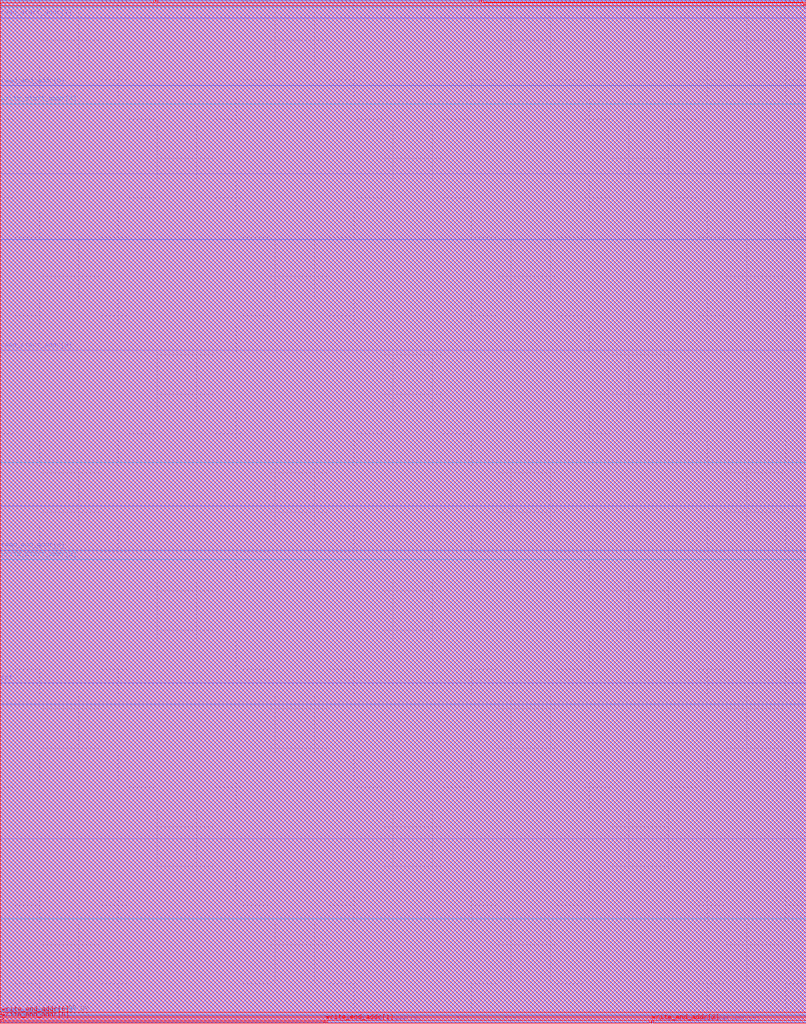
<source format=lef>
###############################################################
#  Generated by:      Cadence Innovus 25.11-s102_1
#  OS:                Linux x86_64(Host ID ece-rschsrv.ece.gatech.edu)
#  Generated on:      Fri Oct 10 16:23:34 2025
#  Design:            top_lvl
#  Command:           write_lef_abstract ./output/top_lvl.lef
###############################################################

VERSION 5.8 ;

BUSBITCHARS "[]" ;
DIVIDERCHAR "/" ;

MACRO top_lvl
  CLASS BLOCK ;
  SIZE 1025.800000 BY 1301.800000 ;
  FOREIGN top_lvl 0.000000 0.000000 ;
  ORIGIN 0 0 ;
  SYMMETRY X Y R90 ;
  PIN clk
    DIRECTION INPUT ;
    USE SIGNAL ;
    ANTENNAPARTIALMETALSIDEAREA 1.568 LAYER met2  ;
    ANTENNAPARTIALMETALAREA 0.3458 LAYER met2  ;
    ANTENNAPARTIALCUTAREA 0.04 LAYER via2  ;
    ANTENNAPARTIALMETALSIDEAREA 2.232 LAYER met3  ;
    ANTENNAPARTIALMETALAREA 0.331 LAYER met3  ;
    ANTENNAPARTIALCUTAREA 0.04 LAYER via3  ;
    ANTENNAPARTIALMETALSIDEAREA 975.24 LAYER met4  ;
    ANTENNAPARTIALMETALAREA 183.543 LAYER met4  ;
    ANTENNAPARTIALCUTAREA 0.64 LAYER via4  ;
    ANTENNAMODEL OXIDE1 ;
    ANTENNAMAXSIDEAREACAR 101.444 LAYER met5  ;
    ANTENNAMAXAREACAR 31.7325 LAYER met5  ;
    ANTENNAPARTIALMETALSIDEAREA 24.144 LAYER met5  ;
    ANTENNAPARTIALMETALAREA 10.976 LAYER met5  ;
    ANTENNAGATEAREA 0.567 LAYER met5  ;
    PORT
      LAYER met2 ;
        RECT 0.000000 10.050000 0.485000 10.190000 ;
    END
  END clk
  PIN rst
    DIRECTION INPUT ;
    USE SIGNAL ;
    ANTENNAMODEL OXIDE1 ;
    ANTENNAMAXSIDEAREACAR 124.719 LAYER met2  ;
    ANTENNAMAXAREACAR 25.5837 LAYER met2  ;
    ANTENNAPARTIALMETALSIDEAREA 217.438 LAYER met2  ;
    ANTENNAPARTIALMETALAREA 43.7387 LAYER met2  ;
    ANTENNAGATEAREA 2.4255 LAYER met2  ;
    ANTENNAPARTIALCUTAREA 0.08 LAYER via2  ;
    ANTENNAMAXCUTCAR 0.17584 LAYER via2  ;
    ANTENNAGATEAREA 2.4255 LAYER via2  ;
    ANTENNAMAXSIDEAREACAR 175.089 LAYER met3  ;
    ANTENNAMAXAREACAR 34.9593 LAYER met3  ;
    ANTENNAPARTIALMETALSIDEAREA 515.664 LAYER met3  ;
    ANTENNAPARTIALMETALAREA 95.9823 LAYER met3  ;
    ANTENNAGATEAREA 10.2375 LAYER met3  ;
    PORT
      LAYER met2 ;
        RECT 0.000000 432.790000 0.485000 432.930000 ;
    END
  END rst
  PIN read_start_addr[8]
    DIRECTION INPUT ;
    USE SIGNAL ;
    ANTENNAMODEL OXIDE1 ;
    ANTENNAMAXSIDEAREACAR 96.2584 LAYER met2  ;
    ANTENNAMAXAREACAR 19.5993 LAYER met2  ;
    ANTENNAPARTIALMETALSIDEAREA 106.327 LAYER met2  ;
    ANTENNAPARTIALMETALAREA 21.3105 LAYER met2  ;
    ANTENNAGATEAREA 1.134 LAYER met2  ;
    PORT
      LAYER met2 ;
        RECT 0.000000 855.990000 0.485000 856.130000 ;
    END
  END read_start_addr[8]
  PIN read_start_addr[7]
    DIRECTION INPUT ;
    USE SIGNAL ;
    ANTENNAPARTIALMETALSIDEAREA 367.374 LAYER met2  ;
    ANTENNAPARTIALMETALAREA 73.5306 LAYER met2  ;
    ANTENNAPARTIALCUTAREA 0.04 LAYER via2  ;
    ANTENNAPARTIALMETALSIDEAREA 1.808 LAYER met3  ;
    ANTENNAPARTIALMETALAREA 0.254 LAYER met3  ;
    ANTENNAPARTIALCUTAREA 0.04 LAYER via3  ;
    ANTENNAMODEL OXIDE1 ;
    ANTENNAMAXSIDEAREACAR 370.81 LAYER met4  ;
    ANTENNAMAXAREACAR 71.7176 LAYER met4  ;
    ANTENNAPARTIALMETALSIDEAREA 63.6 LAYER met4  ;
    ANTENNAPARTIALMETALAREA 11.8368 LAYER met4  ;
    ANTENNAGATEAREA 0.2835 LAYER met4  ;
    PORT
      LAYER met2 ;
        RECT 0.000000 1278.730000 0.485000 1278.870000 ;
    END
  END read_start_addr[7]
  PIN read_start_addr[6]
    DIRECTION INPUT ;
    USE SIGNAL ;
    ANTENNAPARTIALMETALSIDEAREA 418.383 LAYER met2  ;
    ANTENNAPARTIALMETALAREA 83.7796 LAYER met2  ;
    ANTENNAPARTIALCUTAREA 0.04 LAYER via2  ;
    ANTENNAMODEL OXIDE1 ;
    ANTENNAMAXSIDEAREACAR 339.275 LAYER met3  ;
    ANTENNAMAXAREACAR 66.067 LAYER met3  ;
    ANTENNAPARTIALMETALSIDEAREA 60.944 LAYER met3  ;
    ANTENNAPARTIALMETALAREA 11.3388 LAYER met3  ;
    ANTENNAGATEAREA 0.2835 LAYER met3  ;
    PORT
      LAYER met2 ;
        RECT 400.590000 1301.315000 400.730000 1301.800000 ;
    END
  END read_start_addr[6]
  PIN read_start_addr[5]
    DIRECTION INPUT ;
    USE SIGNAL ;
    ANTENNAMODEL OXIDE1 ;
    ANTENNAMAXSIDEAREACAR 155.206 LAYER met2  ;
    ANTENNAMAXAREACAR 32.5397 LAYER met2  ;
    ANTENNAPARTIALMETALSIDEAREA 22.7395 LAYER met2  ;
    ANTENNAPARTIALMETALAREA 4.5695 LAYER met2  ;
    ANTENNAGATEAREA 0.1575 LAYER met2  ;
    PORT
      LAYER met2 ;
        RECT 823.330000 1301.315000 823.470000 1301.800000 ;
    END
  END read_start_addr[5]
  PIN read_start_addr[4]
    DIRECTION INPUT ;
    USE SIGNAL ;
    ANTENNAPARTIALMETALSIDEAREA 105.536 LAYER met2  ;
    ANTENNAPARTIALMETALAREA 21.1393 LAYER met2  ;
    ANTENNAPARTIALCUTAREA 0.04 LAYER via2  ;
    ANTENNAMODEL OXIDE1 ;
    ANTENNAMAXSIDEAREACAR 141.984 LAYER met3  ;
    ANTENNAMAXAREACAR 28.793 LAYER met3  ;
    ANTENNAPARTIALMETALSIDEAREA 5.152 LAYER met3  ;
    ANTENNAPARTIALMETALAREA 0.7896 LAYER met3  ;
    ANTENNAGATEAREA 0.1575 LAYER met3  ;
    PORT
      LAYER met2 ;
        RECT 1025.315000 1080.470000 1025.800000 1080.610000 ;
    END
  END read_start_addr[4]
  PIN read_start_addr[3]
    DIRECTION INPUT ;
    USE SIGNAL ;
    ANTENNAPARTIALMETALSIDEAREA 0.812 LAYER met2  ;
    ANTENNAPARTIALMETALAREA 0.1946 LAYER met2  ;
    ANTENNAPARTIALCUTAREA 0.04 LAYER via2  ;
    ANTENNAMODEL OXIDE1 ;
    ANTENNAMAXSIDEAREACAR 337.464 LAYER met3  ;
    ANTENNAMAXAREACAR 64.6343 LAYER met3  ;
    ANTENNAPARTIALMETALSIDEAREA 50.416 LAYER met3  ;
    ANTENNAPARTIALMETALAREA 9.3648 LAYER met3  ;
    ANTENNAGATEAREA 0.1575 LAYER met3  ;
    PORT
      LAYER met2 ;
        RECT 1025.315000 657.730000 1025.800000 657.870000 ;
    END
  END read_start_addr[3]
  PIN read_start_addr[2]
    DIRECTION INPUT ;
    USE SIGNAL ;
    ANTENNAPARTIALMETALSIDEAREA 121.636 LAYER met2  ;
    ANTENNAPARTIALMETALAREA 24.3593 LAYER met2  ;
    ANTENNAPARTIALCUTAREA 0.04 LAYER via2  ;
    ANTENNAMODEL OXIDE1 ;
    ANTENNAMAXSIDEAREACAR 129.717 LAYER met3  ;
    ANTENNAMAXAREACAR 26.3397 LAYER met3  ;
    ANTENNAPARTIALMETALSIDEAREA 5.152 LAYER met3  ;
    ANTENNAPARTIALMETALAREA 0.7896 LAYER met3  ;
    ANTENNAGATEAREA 0.1575 LAYER met3  ;
    PORT
      LAYER met2 ;
        RECT 1025.315000 234.530000 1025.800000 234.670000 ;
    END
  END read_start_addr[2]
  PIN read_start_addr[1]
    DIRECTION INPUT ;
    USE SIGNAL ;
    ANTENNAMODEL OXIDE1 ;
    ANTENNAMAXSIDEAREACAR 90.2866 LAYER met2  ;
    ANTENNAMAXAREACAR 18.4488 LAYER met2  ;
    ANTENNAPARTIALMETALSIDEAREA 81.4905 LAYER met2  ;
    ANTENNAPARTIALMETALAREA 16.3433 LAYER met2  ;
    ANTENNAGATEAREA 1.134 LAYER met2  ;
    PORT
      LAYER met2 ;
        RECT 837.130000 0.000000 837.270000 0.485000 ;
    END
  END read_start_addr[1]
  PIN read_start_addr[0]
    DIRECTION INPUT ;
    USE SIGNAL ;
    ANTENNAPARTIALMETALSIDEAREA 459.802 LAYER met2  ;
    ANTENNAPARTIALMETALAREA 92.0398 LAYER met2  ;
    ANTENNAPARTIALCUTAREA 0.04 LAYER via2  ;
    ANTENNAPARTIALMETALSIDEAREA 272.168 LAYER met3  ;
    ANTENNAPARTIALMETALAREA 50.944 LAYER met3  ;
    ANTENNAPARTIALCUTAREA 0.04 LAYER via3  ;
    ANTENNAMODEL OXIDE1 ;
    ANTENNAMAXSIDEAREACAR 355.681 LAYER met4  ;
    ANTENNAMAXAREACAR 66.769 LAYER met4  ;
    ANTENNAPARTIALMETALSIDEAREA 22.592 LAYER met4  ;
    ANTENNAPARTIALMETALAREA 4.1478 LAYER met4  ;
    ANTENNAGATEAREA 0.2835 LAYER met4  ;
    PORT
      LAYER met2 ;
        RECT 413.930000 0.000000 414.070000 0.485000 ;
    END
  END read_start_addr[0]
  PIN read_end_addr[8]
    DIRECTION INPUT ;
    USE SIGNAL ;
    ANTENNAPARTIALMETALSIDEAREA 56.126 LAYER met2  ;
    ANTENNAPARTIALMETALAREA 11.2574 LAYER met2  ;
    ANTENNAPARTIALCUTAREA 0.04 LAYER via2  ;
    ANTENNAPARTIALMETALSIDEAREA 289.52 LAYER met3  ;
    ANTENNAPARTIALMETALAREA 54.0211 LAYER met3  ;
    ANTENNAPARTIALCUTAREA 0.04 LAYER via3  ;
    ANTENNAMODEL OXIDE1 ;
    ANTENNAMAXSIDEAREACAR 352.791 LAYER met4  ;
    ANTENNAMAXAREACAR 67.0072 LAYER met4  ;
    ANTENNAPARTIALMETALSIDEAREA 39.552 LAYER met4  ;
    ANTENNAPARTIALMETALAREA 7.0632 LAYER met4  ;
    ANTENNAGATEAREA 0.8505 LAYER met4  ;
    PORT
      LAYER met2 ;
        RECT 0.000000 9.130000 0.485000 9.270000 ;
    END
  END read_end_addr[8]
  PIN read_end_addr[7]
    DIRECTION INPUT ;
    USE SIGNAL ;
    ANTENNAMODEL OXIDE1 ;
    ANTENNAMAXSIDEAREACAR 85.1398 LAYER met3  ;
    ANTENNAMAXAREACAR 16.7402 LAYER met3  ;
    ANTENNAPARTIALMETALSIDEAREA 52.264 LAYER met3  ;
    ANTENNAPARTIALMETALAREA 9.8004 LAYER met3  ;
    ANTENNAGATEAREA 1.134 LAYER met3  ;
    PORT
      LAYER met3 ;
        RECT 0.000000 10.230000 0.800000 10.530000 ;
    END
  END read_end_addr[7]
  PIN read_end_addr[6]
    DIRECTION INPUT ;
    USE SIGNAL ;
    ANTENNAPARTIALMETALSIDEAREA 316.424 LAYER met3  ;
    ANTENNAPARTIALMETALAREA 59.0665 LAYER met3  ;
    ANTENNAPARTIALCUTAREA 0.04 LAYER via3  ;
    ANTENNAMODEL OXIDE1 ;
    ANTENNAMAXSIDEAREACAR 320.409 LAYER met4  ;
    ANTENNAMAXAREACAR 60.1501 LAYER met4  ;
    ANTENNAPARTIALMETALSIDEAREA 29.672 LAYER met4  ;
    ANTENNAPARTIALMETALAREA 5.2989 LAYER met4  ;
    ANTENNAGATEAREA 0.8505 LAYER met4  ;
    PORT
      LAYER met3 ;
        RECT 0.000000 601.320000 0.800000 601.620000 ;
    END
  END read_end_addr[6]
  PIN read_end_addr[5]
    DIRECTION INPUT ;
    USE SIGNAL ;
    ANTENNAPARTIALMETALSIDEAREA 1400.88 LAYER met3  ;
    ANTENNAPARTIALMETALAREA 262.667 LAYER met3  ;
    ANTENNAPARTIALCUTAREA 0.04 LAYER via3  ;
    ANTENNAPARTIALMETALSIDEAREA 766.408 LAYER met4  ;
    ANTENNAPARTIALMETALAREA 144.387 LAYER met4  ;
    ANTENNAPARTIALCUTAREA 0.64 LAYER via4  ;
    ANTENNAMODEL OXIDE1 ;
    ANTENNAMAXSIDEAREACAR 177.15 LAYER met5  ;
    ANTENNAMAXAREACAR 44.4324 LAYER met5  ;
    ANTENNAPARTIALMETALSIDEAREA 27.168 LAYER met5  ;
    ANTENNAPARTIALMETALAREA 12.992 LAYER met5  ;
    ANTENNAGATEAREA 0.8505 LAYER met5  ;
    PORT
      LAYER met3 ;
        RECT 0.000000 1192.410000 0.800000 1192.710000 ;
    END
  END read_end_addr[5]
  PIN read_end_addr[4]
    DIRECTION INPUT ;
    USE SIGNAL ;
    ANTENNAPARTIALMETALSIDEAREA 720.328 LAYER met3  ;
    ANTENNAPARTIALMETALAREA 135.063 LAYER met3  ;
    ANTENNAPARTIALCUTAREA 0.04 LAYER via3  ;
    ANTENNAPARTIALMETALSIDEAREA 970.552 LAYER met4  ;
    ANTENNAPARTIALMETALAREA 182.576 LAYER met4  ;
    ANTENNAPARTIALCUTAREA 0.64 LAYER via4  ;
    ANTENNAMODEL OXIDE1 ;
    ANTENNAMAXSIDEAREACAR 420.186 LAYER met5  ;
    ANTENNAMAXAREACAR 96.5968 LAYER met5  ;
    ANTENNAPARTIALMETALSIDEAREA 38.976 LAYER met5  ;
    ANTENNAPARTIALMETALAREA 20.864 LAYER met5  ;
    ANTENNAGATEAREA 0.8505 LAYER met5  ;
    PORT
      LAYER met3 ;
        RECT 363.710000 1301.000000 364.010000 1301.800000 ;
    END
  END read_end_addr[4]
  PIN read_end_addr[3]
    DIRECTION INPUT ;
    USE SIGNAL ;
    ANTENNAPARTIALMETALSIDEAREA 93.76 LAYER met3  ;
    ANTENNAPARTIALMETALAREA 17.5816 LAYER met3  ;
    ANTENNAPARTIALCUTAREA 0.04 LAYER via3  ;
    ANTENNAPARTIALMETALSIDEAREA 959.64 LAYER met4  ;
    ANTENNAPARTIALMETALAREA 180.618 LAYER met4  ;
    ANTENNAPARTIALCUTAREA 0.64 LAYER via4  ;
    ANTENNAMODEL OXIDE1 ;
    ANTENNAMAXSIDEAREACAR 306.339 LAYER met5  ;
    ANTENNAMAXAREACAR 71.7466 LAYER met5  ;
    ANTENNAPARTIALMETALSIDEAREA 33.072 LAYER met5  ;
    ANTENNAPARTIALMETALAREA 16.928 LAYER met5  ;
    ANTENNAGATEAREA 0.8505 LAYER met5  ;
    PORT
      LAYER met3 ;
        RECT 809.450000 1301.000000 809.750000 1301.800000 ;
    END
  END read_end_addr[3]
  PIN read_end_addr[2]
    DIRECTION INPUT ;
    USE SIGNAL ;
    ANTENNAMODEL OXIDE1 ;
    ANTENNAMAXSIDEAREACAR 567.294 LAYER met3  ;
    ANTENNAMAXAREACAR 111.036 LAYER met3  ;
    ANTENNAPARTIALMETALSIDEAREA 216.152 LAYER met3  ;
    ANTENNAPARTIALMETALAREA 40.5294 LAYER met3  ;
    ANTENNAGATEAREA 0.8505 LAYER met3  ;
    PORT
      LAYER met3 ;
        RECT 1025.000000 996.600000 1025.800000 996.900000 ;
    END
  END read_end_addr[2]
  PIN read_end_addr[1]
    DIRECTION INPUT ;
    USE SIGNAL ;
    ANTENNAMODEL OXIDE1 ;
    ANTENNAMAXSIDEAREACAR 381.83 LAYER met3  ;
    ANTENNAMAXAREACAR 75.6534 LAYER met3  ;
    ANTENNAPARTIALMETALSIDEAREA 48.824 LAYER met3  ;
    ANTENNAPARTIALMETALAREA 9.1554 LAYER met3  ;
    ANTENNAGATEAREA 0.567 LAYER met3  ;
    PORT
      LAYER met3 ;
        RECT 1025.000000 405.510000 1025.800000 405.810000 ;
    END
  END read_end_addr[1]
  PIN read_end_addr[0]
    DIRECTION INPUT ;
    USE SIGNAL ;
    ANTENNAPARTIALMETALSIDEAREA 179.2 LAYER met3  ;
    ANTENNAPARTIALMETALAREA 33.5134 LAYER met3  ;
    ANTENNAPARTIALCUTAREA 0.04 LAYER via3  ;
    ANTENNAPARTIALMETALSIDEAREA 4.08 LAYER met4  ;
    ANTENNAPARTIALMETALAREA 1.4551 LAYER met4  ;
    ANTENNAPARTIALCUTAREA 0.64 LAYER via4  ;
    ANTENNAMODEL OXIDE1 ;
    ANTENNAMAXSIDEAREACAR 225.056 LAYER met5  ;
    ANTENNAMAXAREACAR 116.794 LAYER met5  ;
    ANTENNAPARTIALMETALSIDEAREA 47.532 LAYER met5  ;
    ANTENNAPARTIALMETALAREA 29.128 LAYER met5  ;
    ANTENNAGATEAREA 0.2835 LAYER met5  ;
    PORT
      LAYER met3 ;
        RECT 884.890000 0.000000 885.190000 0.800000 ;
    END
  END read_end_addr[0]
  PIN write_start_addr[8]
    DIRECTION INPUT ;
    USE SIGNAL ;
    ANTENNAPARTIALMETALSIDEAREA 541.112 LAYER met3  ;
    ANTENNAPARTIALMETALAREA 101.372 LAYER met3  ;
    ANTENNAPARTIALCUTAREA 0.04 LAYER via3  ;
    ANTENNAMODEL OXIDE1 ;
    ANTENNAMAXSIDEAREACAR 194.065 LAYER met4  ;
    ANTENNAMAXAREACAR 36.7785 LAYER met4  ;
    ANTENNAPARTIALMETALSIDEAREA 20.64 LAYER met4  ;
    ANTENNAPARTIALMETALAREA 3.7818 LAYER met4  ;
    ANTENNAGATEAREA 0.2835 LAYER met4  ;
    PORT
      LAYER met3 ;
        RECT 439.150000 0.000000 439.450000 0.800000 ;
    END
  END write_start_addr[8]
  PIN write_start_addr[7]
    DIRECTION INPUT ;
    USE SIGNAL ;
    ANTENNAPARTIALMETALSIDEAREA 163.976 LAYER met3  ;
    ANTENNAPARTIALMETALAREA 30.7471 LAYER met3  ;
    ANTENNAPARTIALCUTAREA 0.04 LAYER via3  ;
    ANTENNAMODEL OXIDE1 ;
    ANTENNAMAXSIDEAREACAR 120.824 LAYER met4  ;
    ANTENNAMAXAREACAR 22.3259 LAYER met4  ;
    ANTENNAPARTIALMETALSIDEAREA 6.112 LAYER met4  ;
    ANTENNAPARTIALMETALAREA 0.9696 LAYER met4  ;
    ANTENNAGATEAREA 0.2835 LAYER met4  ;
    PORT
      LAYER met3 ;
        RECT 0.000000 9.620000 0.800000 9.920000 ;
    END
  END write_start_addr[7]
  PIN write_start_addr[6]
    DIRECTION INPUT ;
    USE SIGNAL ;
    ANTENNAPARTIALMETALSIDEAREA 64.632 LAYER met4  ;
    ANTENNAPARTIALMETALAREA 12.8094 LAYER met4  ;
    ANTENNAPARTIALCUTAREA 0.64 LAYER via4  ;
    ANTENNAMODEL OXIDE1 ;
    ANTENNAMAXSIDEAREACAR 273.402 LAYER met5  ;
    ANTENNAMAXAREACAR 130.373 LAYER met5  ;
    ANTENNAPARTIALMETALSIDEAREA 50.484 LAYER met5  ;
    ANTENNAPARTIALMETALAREA 31.096 LAYER met5  ;
    ANTENNAGATEAREA 0.2835 LAYER met5  ;
    PORT
      LAYER met4 ;
        RECT 0.000000 10.230000 0.800000 10.530000 ;
    END
  END write_start_addr[6]
  PIN write_start_addr[5]
    DIRECTION INPUT ;
    USE SIGNAL ;
    ANTENNAPARTIALMETALSIDEAREA 67.232 LAYER met4  ;
    ANTENNAPARTIALMETALAREA 13.2922 LAYER met4  ;
    ANTENNAPARTIALCUTAREA 0.64 LAYER via4  ;
    ANTENNAMODEL OXIDE1 ;
    ANTENNAMAXSIDEAREACAR 351.613 LAYER met5  ;
    ANTENNAMAXAREACAR 129.067 LAYER met5  ;
    ANTENNAPARTIALMETALSIDEAREA 30 LAYER met5  ;
    ANTENNAPARTIALMETALAREA 14.88 LAYER met5  ;
    ANTENNAGATEAREA 0.1575 LAYER met5  ;
    PORT
      LAYER met4 ;
        RECT 0.000000 589.730000 0.800000 590.030000 ;
    END
  END write_start_addr[5]
  PIN write_start_addr[4]
    DIRECTION INPUT ;
    USE SIGNAL ;
    ANTENNAPARTIALMETALSIDEAREA 34.296 LAYER met4  ;
    ANTENNAPARTIALMETALAREA 7.2049 LAYER met4  ;
    ANTENNAPARTIALCUTAREA 0.64 LAYER via4  ;
    ANTENNAMODEL OXIDE1 ;
    ANTENNAMAXSIDEAREACAR 516.66 LAYER met5  ;
    ANTENNAMAXAREACAR 189.848 LAYER met5  ;
    ANTENNAPARTIALMETALSIDEAREA 49.908 LAYER met5  ;
    ANTENNAPARTIALMETALAREA 23.032 LAYER met5  ;
    ANTENNAGATEAREA 0.1575 LAYER met5  ;
    PORT
      LAYER met4 ;
        RECT 0.000000 1169.230000 0.800000 1169.530000 ;
    END
  END write_start_addr[4]
  PIN write_start_addr[3]
    DIRECTION INPUT ;
    USE SIGNAL ;
    ANTENNAMODEL OXIDE1 ;
    ANTENNAMAXSIDEAREACAR 415.617 LAYER met4  ;
    ANTENNAMAXAREACAR 77.0713 LAYER met4  ;
    ANTENNAPARTIALMETALSIDEAREA 96.28 LAYER met4  ;
    ANTENNAPARTIALMETALAREA 17.7006 LAYER met4  ;
    ANTENNAGATEAREA 0.2835 LAYER met4  ;
    PORT
      LAYER met4 ;
        RECT 451.025000 1301.000000 451.325000 1301.800000 ;
    END
  END write_start_addr[3]
  PIN write_start_addr[2]
    DIRECTION INPUT ;
    USE SIGNAL ;
    ANTENNAPARTIALMETALSIDEAREA 213.744 LAYER met4  ;
    ANTENNAPARTIALMETALAREA 40.7632 LAYER met4  ;
    ANTENNAPARTIALCUTAREA 0.64 LAYER via4  ;
    ANTENNAMODEL OXIDE1 ;
    ANTENNAMAXSIDEAREACAR 180.168 LAYER met5  ;
    ANTENNAMAXAREACAR 52.3415 LAYER met5  ;
    ANTENNAPARTIALMETALSIDEAREA 23.784 LAYER met5  ;
    ANTENNAPARTIALMETALAREA 13.296 LAYER met5  ;
    ANTENNAGATEAREA 0.567 LAYER met5  ;
    PORT
      LAYER met4 ;
        RECT 1025.000000 1292.450000 1025.800000 1292.750000 ;
    END
  END write_start_addr[2]
  PIN write_start_addr[1]
    DIRECTION INPUT ;
    USE SIGNAL ;
    ANTENNAMODEL OXIDE1 ;
    ANTENNAMAXSIDEAREACAR 44.4467 LAYER met4  ;
    ANTENNAMAXAREACAR 8.48104 LAYER met4  ;
    ANTENNAPARTIALMETALSIDEAREA 15.536 LAYER met4  ;
    ANTENNAPARTIALMETALAREA 2.8257 LAYER met4  ;
    ANTENNAGATEAREA 1.134 LAYER met4  ;
    PORT
      LAYER met4 ;
        RECT 1025.000000 712.950000 1025.800000 713.250000 ;
    END
  END write_start_addr[1]
  PIN write_start_addr[0]
    DIRECTION INPUT ;
    USE SIGNAL ;
    ANTENNAMODEL OXIDE1 ;
    ANTENNAMAXSIDEAREACAR 302.095 LAYER met4  ;
    ANTENNAMAXAREACAR 56.8465 LAYER met4  ;
    ANTENNAPARTIALMETALSIDEAREA 155.224 LAYER met4  ;
    ANTENNAPARTIALMETALAREA 28.929 LAYER met4  ;
    ANTENNAGATEAREA 0.567 LAYER met4  ;
    PORT
      LAYER met4 ;
        RECT 1025.000000 132.840000 1025.800000 133.140000 ;
    END
  END write_start_addr[0]
  PIN write_end_addr[8]
    DIRECTION INPUT ;
    USE SIGNAL ;
    ANTENNAPARTIALMETALSIDEAREA 225.568 LAYER met4  ;
    ANTENNAPARTIALMETALAREA 43.0684 LAYER met4  ;
    ANTENNAPARTIALCUTAREA 0.64 LAYER via4  ;
    ANTENNAMODEL OXIDE1 ;
    ANTENNAMAXSIDEAREACAR 300.765 LAYER met5  ;
    ANTENNAMAXAREACAR 109.349 LAYER met5  ;
    ANTENNAPARTIALMETALSIDEAREA 88.728 LAYER met5  ;
    ANTENNAPARTIALMETALAREA 43.792 LAYER met5  ;
    ANTENNAGATEAREA 0.567 LAYER met5  ;
    PORT
      LAYER met4 ;
        RECT 575.255000 0.000000 575.555000 0.800000 ;
    END
  END write_end_addr[8]
  PIN write_end_addr[7]
    DIRECTION INPUT ;
    USE SIGNAL ;
    ANTENNAMODEL OXIDE1 ;
    ANTENNAMAXSIDEAREACAR 250.529 LAYER met4  ;
    ANTENNAMAXAREACAR 47.8684 LAYER met4  ;
    ANTENNAPARTIALMETALSIDEAREA 167.56 LAYER met4  ;
    ANTENNAPARTIALMETALAREA 31.4184 LAYER met4  ;
    ANTENNAGATEAREA 0.8505 LAYER met4  ;
    PORT
      LAYER met4 ;
        RECT 0.000000 9.620000 0.800000 9.920000 ;
    END
  END write_end_addr[7]
  PIN write_end_addr[6]
    DIRECTION INPUT ;
    USE SIGNAL ;
    ANTENNAMODEL OXIDE1 ;
    ANTENNAMAXSIDEAREACAR 377.571 LAYER met5  ;
    ANTENNAMAXAREACAR 77.3035 LAYER met5  ;
    ANTENNAPARTIALMETALSIDEAREA 2.736 LAYER met5  ;
    ANTENNAPARTIALMETALAREA 1.824 LAYER met5  ;
    ANTENNAGATEAREA 0.8505 LAYER met5  ;
    PORT
      LAYER met5 ;
        RECT 0.000000 10.800000 2.500000 12.400000 ;
    END
  END write_end_addr[6]
  PIN write_end_addr[5]
    DIRECTION INPUT ;
    USE SIGNAL ;
    ANTENNAMODEL OXIDE1 ;
    ANTENNAMAXSIDEAREACAR 340.486 LAYER met5  ;
    ANTENNAMAXAREACAR 141.384 LAYER met5  ;
    ANTENNAPARTIALMETALSIDEAREA 141.18 LAYER met5  ;
    ANTENNAPARTIALMETALAREA 89 LAYER met5  ;
    ANTENNAGATEAREA 0.8505 LAYER met5  ;
    PORT
      LAYER met5 ;
        RECT 196.995000 1299.300000 198.595000 1301.800000 ;
    END
  END write_end_addr[5]
  PIN write_end_addr[4]
    DIRECTION INPUT ;
    USE SIGNAL ;
    ANTENNAMODEL OXIDE1 ;
    ANTENNAMAXSIDEAREACAR 243.844 LAYER met5  ;
    ANTENNAMAXAREACAR 139.333 LAYER met5  ;
    ANTENNAPARTIALMETALSIDEAREA 168.948 LAYER met5  ;
    ANTENNAPARTIALMETALAREA 107.512 LAYER met5  ;
    ANTENNAGATEAREA 0.8505 LAYER met5  ;
    PORT
      LAYER met5 ;
        RECT 611.505000 1299.300000 613.105000 1301.800000 ;
    END
  END write_end_addr[4]
  PIN write_end_addr[3]
    DIRECTION INPUT ;
    USE SIGNAL ;
    ANTENNAMODEL OXIDE1 ;
    ANTENNAMAXSIDEAREACAR 51.93 LAYER met5  ;
    ANTENNAMAXAREACAR 13.597 LAYER met5  ;
    ANTENNAGATEAREA 0.8505 LAYER met5  ;
    PORT
      LAYER met5 ;
        RECT 1023.300000 1295.460000 1025.800000 1297.060000 ;
    END
  END write_end_addr[3]
  PIN write_end_addr[2]
    DIRECTION INPUT ;
    USE SIGNAL ;
    ANTENNAMODEL OXIDE1 ;
    ANTENNAMAXSIDEAREACAR 485.079 LAYER met5  ;
    ANTENNAMAXAREACAR 97.9249 LAYER met5  ;
    ANTENNAGATEAREA 0.441 LAYER met5  ;
    PORT
      LAYER met5 ;
        RECT 827.985000 0.000000 829.585000 2.500000 ;
    END
  END write_end_addr[2]
  PIN write_end_addr[1]
    DIRECTION INPUT ;
    USE SIGNAL ;
    ANTENNAMODEL OXIDE1 ;
    ANTENNAMAXSIDEAREACAR 327.915 LAYER met5  ;
    ANTENNAMAXAREACAR 206.217 LAYER met5  ;
    ANTENNAPARTIALMETALSIDEAREA 335.292 LAYER met5  ;
    ANTENNAPARTIALMETALAREA 223.528 LAYER met5  ;
    ANTENNAGATEAREA 1.134 LAYER met5  ;
    PORT
      LAYER met5 ;
        RECT 413.475000 0.000000 415.075000 2.500000 ;
    END
  END write_end_addr[1]
  PIN write_end_addr[0]
    DIRECTION INPUT ;
    USE SIGNAL ;
    ANTENNAMODEL OXIDE1 ;
    ANTENNAMAXSIDEAREACAR 290.577 LAYER met5  ;
    ANTENNAMAXAREACAR 64.9169 LAYER met5  ;
    ANTENNAGATEAREA 0.2835 LAYER met5  ;
    PORT
      LAYER met5 ;
        RECT 0.000000 3.480000 2.500000 5.080000 ;
    END
  END write_end_addr[0]
  OBS
    LAYER met1 ;
      RECT 0.000000 0.000000 1025.800000 1301.800000 ;
    LAYER met2 ;
      RECT 823.610000 1301.175000 1025.800000 1301.800000 ;
      RECT 400.870000 1301.175000 823.190000 1301.800000 ;
      RECT 0.000000 1301.175000 400.450000 1301.800000 ;
      RECT 0.000000 1279.010000 1025.800000 1301.175000 ;
      RECT 0.625000 1278.590000 1025.800000 1279.010000 ;
      RECT 0.000000 1080.750000 1025.800000 1278.590000 ;
      RECT 0.000000 1080.330000 1025.175000 1080.750000 ;
      RECT 0.000000 856.270000 1025.800000 1080.330000 ;
      RECT 0.625000 855.850000 1025.800000 856.270000 ;
      RECT 0.000000 658.010000 1025.800000 855.850000 ;
      RECT 0.000000 657.590000 1025.175000 658.010000 ;
      RECT 0.000000 433.070000 1025.800000 657.590000 ;
      RECT 0.625000 432.650000 1025.800000 433.070000 ;
      RECT 0.000000 234.810000 1025.800000 432.650000 ;
      RECT 0.000000 234.390000 1025.175000 234.810000 ;
      RECT 0.000000 10.330000 1025.800000 234.390000 ;
      RECT 0.625000 9.910000 1025.800000 10.330000 ;
      RECT 0.000000 9.410000 1025.800000 9.910000 ;
      RECT 0.625000 8.990000 1025.800000 9.410000 ;
      RECT 0.000000 0.625000 1025.800000 8.990000 ;
      RECT 837.410000 0.000000 1025.800000 0.625000 ;
      RECT 414.210000 0.000000 836.990000 0.625000 ;
      RECT 0.000000 0.000000 413.790000 0.625000 ;
    LAYER met3 ;
      RECT 810.050000 1300.700000 1025.800000 1301.800000 ;
      RECT 364.310000 1300.700000 809.150000 1301.800000 ;
      RECT 0.000000 1300.700000 363.410000 1301.800000 ;
      RECT 0.000000 1193.010000 1025.800000 1300.700000 ;
      RECT 1.100000 1192.110000 1025.800000 1193.010000 ;
      RECT 0.000000 997.200000 1025.800000 1192.110000 ;
      RECT 0.000000 996.300000 1024.700000 997.200000 ;
      RECT 0.000000 601.920000 1025.800000 996.300000 ;
      RECT 1.100000 601.020000 1025.800000 601.920000 ;
      RECT 0.000000 406.110000 1025.800000 601.020000 ;
      RECT 0.000000 405.210000 1024.700000 406.110000 ;
      RECT 0.000000 10.830000 1025.800000 405.210000 ;
      RECT 1.100000 9.320000 1025.800000 10.830000 ;
      RECT 0.000000 1.100000 1025.800000 9.320000 ;
      RECT 885.490000 0.000000 1025.800000 1.100000 ;
      RECT 439.750000 0.000000 884.590000 1.100000 ;
      RECT 0.000000 0.000000 438.850000 1.100000 ;
    LAYER met4 ;
      RECT 451.625000 1300.700000 1025.800000 1301.800000 ;
      RECT 0.000000 1300.700000 450.725000 1301.800000 ;
      RECT 0.000000 1293.050000 1025.800000 1300.700000 ;
      RECT 0.000000 1292.150000 1024.700000 1293.050000 ;
      RECT 0.000000 1169.830000 1025.800000 1292.150000 ;
      RECT 1.100000 1168.930000 1025.800000 1169.830000 ;
      RECT 0.000000 713.550000 1025.800000 1168.930000 ;
      RECT 0.000000 712.650000 1024.700000 713.550000 ;
      RECT 0.000000 590.330000 1025.800000 712.650000 ;
      RECT 1.100000 589.430000 1025.800000 590.330000 ;
      RECT 0.000000 133.440000 1025.800000 589.430000 ;
      RECT 0.000000 132.540000 1024.700000 133.440000 ;
      RECT 0.000000 10.830000 1025.800000 132.540000 ;
      RECT 1.100000 9.320000 1025.800000 10.830000 ;
      RECT 0.000000 1.100000 1025.800000 9.320000 ;
      RECT 575.855000 0.000000 1025.800000 1.100000 ;
      RECT 0.000000 0.000000 574.955000 1.100000 ;
    LAYER met5 ;
      RECT 614.705000 1298.660000 1025.800000 1301.800000 ;
      RECT 614.705000 1297.700000 1021.700000 1298.660000 ;
      RECT 200.195000 1297.700000 609.905000 1301.800000 ;
      RECT 0.000000 1297.700000 195.395000 1301.800000 ;
      RECT 0.000000 1293.860000 1021.700000 1297.700000 ;
      RECT 0.000000 14.000000 1025.800000 1293.860000 ;
      RECT 4.100000 9.200000 1025.800000 14.000000 ;
      RECT 0.000000 6.680000 1025.800000 9.200000 ;
      RECT 4.100000 4.100000 1025.800000 6.680000 ;
      RECT 4.100000 1.880000 411.875000 4.100000 ;
      RECT 831.185000 0.000000 1025.800000 4.100000 ;
      RECT 416.675000 0.000000 826.385000 4.100000 ;
      RECT 0.000000 0.000000 411.875000 1.880000 ;
  END
END top_lvl

END LIBRARY

</source>
